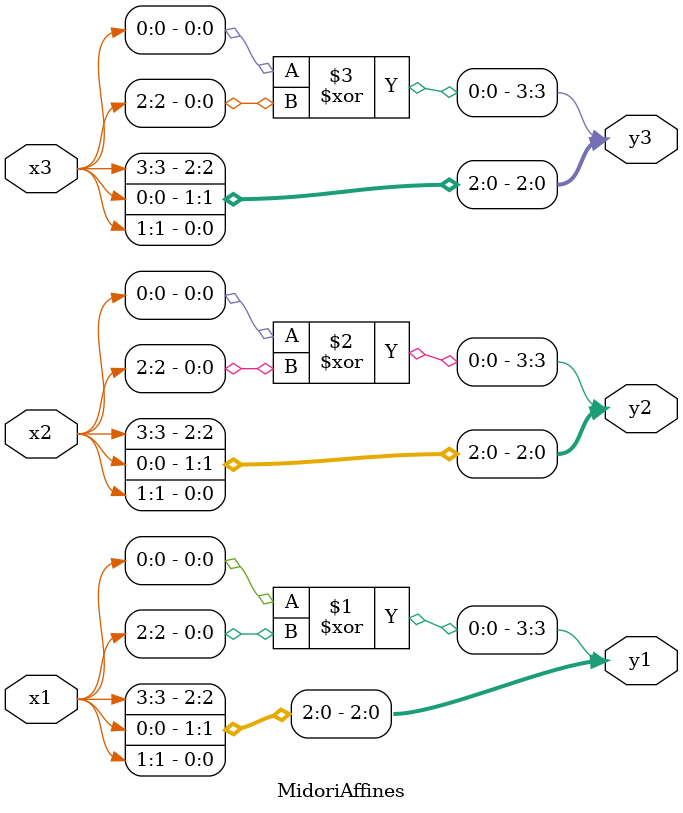
<source format=v>
/*
* -----------------------------------------------------------------
* AUTHOR  : Aein Rezaei Shahmirzadi (aein.rezaeishahmirzadi@rub.de)
* DOCUMENT: "Cryptanalysis of Efficient Masked Ciphers: Applications to Low Latency" (TCHES 2022, Issue 1)
* -----------------------------------------------------------------
*
* Copyright (c) 2021, Aein Rezaei Shahmirzadi
*
* All rights reserved.
*
* THIS SOFTWARE IS PROVIDED BY THE COPYRIGHT HOLDERS AND CONTRIBUTORS "AS IS" AND
* ANY EXPRESS OR IMPLIED WARRANTIES, INCLUDING, BUT NOT LIMITED TO, THE IMPLIED
* WARRANTIES OF MERCHANTABILITY AND FITNESS FOR A PARTICULAR PURPOSE ARE
* DISCLAIMED. IN NO EVENT SHALL THE COPYRIGHT HOLDER OR CONTRIBUTERS BE LIABLE FOR ANY
* DIRECT, INDIRECT, INCIDENTAL, SPECIAL, EXEMPLARY, OR CONSEQUENTIAL DAMAGES
* (INCLUDING, BUT NOT LIMITED TO, PROCUREMENT OF SUBSTITUTE GOODS OR SERVICES;
* LOSS OF USE, DATA, OR PROFITS; OR BUSINESS INTERRUPTION) HOWEVER CAUSED AND
* ON ANY THEORY OF LIABILITY, WHETHER IN CONTRACT, STRICT LIABILITY, OR TORT
* (INCLUDING NEGLIGENCE OR OTHERWISE) ARISING IN ANY WAY OUT OF THE USE OF THIS
* SOFTWARE, EVEN IF ADVISED OF THE POSSIBILITY OF SUCH DAMAGE.
*
* Please see LICENSE and README for license and further instructions.
*/

module MidoriAffines(
    input [3:0] x1,
    input [3:0] x2,
    input [3:0] x3,
    output [3:0] y1,
    output [3:0] y2,
    output [3:0] y3
    );

	parameter num = 1;

	
	generate
		//input affine
		if(num == 1) begin
			assign y1 = {x1[0] ^ x1[2],x1[3],x1[0],x1[1]};
			assign y2 = {x2[0] ^ x2[2],x2[3],x2[0],x2[1]};
			assign y3 = {x3[0] ^ x3[2],x3[3],x3[0],x3[1]};
		end
		//output affine
		if(num == 2) begin
			assign y1 = {x1[1],x1[2] ^ x1[3],x1[0],x1[2]};
			assign y2 = {x2[1],x2[2] ^ x2[3],x2[0],x2[2]};
			assign y3 = {~x3[1],x3[2] ^ x3[3],x3[0],x3[2]};
		end
		//middle affine
		if(num == 3) begin
			assign y1 = {1'b1 ^ x1[0] ^ x1[2],x1[0],x1[1],x1[1] ^ x1[3]};
			assign y2 = {x2[0] ^ x2[2],x2[0],x2[1],x2[1] ^ x2[3]};
			assign y3 = {x3[0] ^ x3[2],x3[0],x3[1],x3[1] ^ x3[3]};
		end
   endgenerate

endmodule

</source>
